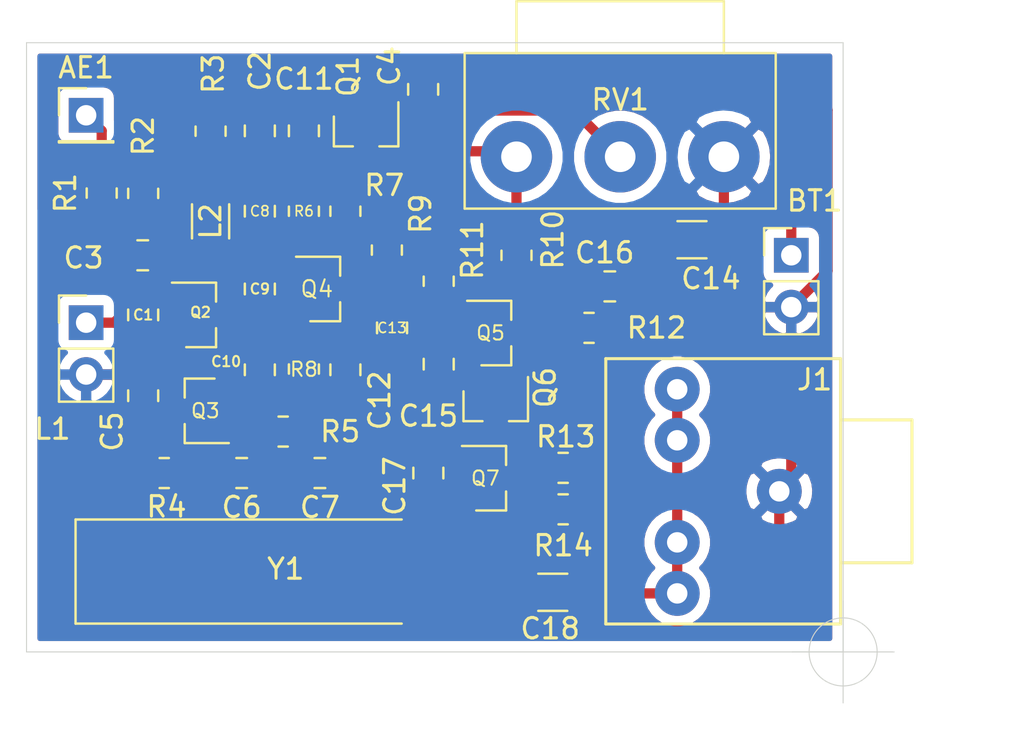
<source format=kicad_pcb>
(kicad_pcb (version 20211014) (generator pcbnew)
  (layers (0 "F.Cu" signal) (31 "B.Cu" signal) (34 "B.Paste" user) (35 "F.Paste" user) (36 "B.SilkS" user "B.Silkscreen") (37 "F.SilkS" user "F.Silkscreen") (38 "B.Mask" user) (39 "F.Mask" user) (44 "Edge.Cuts" user))
  (net 0 "")
  (net 1 "Net-(AE1-Pad1)")
  (net 2 "GND")
  (net 3 "+6V")
  (net 4 "Net-(C1-Pad1)")
  (net 5 "Net-(C2-Pad1)")
  (net 6 "Net-(C3-Pad1)")
  (net 7 "Net-(C4-Pad1)")
  (net 8 "Net-(C10-Pad1)")
  (net 9 "Net-(C6-Pad2)")
  (net 10 "Net-(C8-Pad2)")
  (net 11 "Net-(C9-Pad2)")
  (net 12 "Net-(C10-Pad2)")
  (net 13 "Net-(C12-Pad1)")
  (net 14 "Net-(C13-Pad1)")
  (net 15 "Net-(C16-Pad2)")
  (net 16 "Net-(C17-Pad2)")
  (net 17 "Net-(C18-Pad1)")
  (net 18 "Net-(C18-Pad2)")
  (net 19 "Net-(Q1-Pad2)")
  (net 20 "Net-(Q4-Pad3)")
  (net 21 "Net-(Q5-Pad3)")
  (footprint "Inductor_SMD:L_1206_3216Metric_Pad1.22x1.90mm_HandSolder" (layer "F.Cu") (at 134.112 88.7615 -90)
    (fp_text reference "L2" (at 0 0 90) (layer "F.SilkS"))
    (fp_text value "10u")
    (fp_line (start -0.835242 -0.91) (end 0.835242 -0.91) (layer "F.SilkS") (width 0.12))
    (fp_line (start -0.835242 0.91) (end 0.835242 0.91) (layer "F.SilkS") (width 0.12))
    (pad "1" smd roundrect locked (at -1.6625 0 270) (size 1.225 1.9) (layers "F.Cu" "F.Paste" "F.Mask") (roundrect_rratio 0.2040808163) (net 5 "Net-(C2-Pad1)"))
    (pad "2" smd roundrect locked (at 1.6625 0 270) (size 1.225 1.9) (layers "F.Cu" "F.Paste" "F.Mask") (roundrect_rratio 0.2040808163) (net 10 "Net-(C8-Pad2)"))
  )
  (footprint "Resistor_SMD:R_0805_2012Metric_Pad1.20x1.40mm_HandSolder" (layer "F.Cu") (at 131.842 101.092)
    (fp_text reference "R4" (at 0.111 1.651) (layer "F.SilkS"))
    (fp_text value "220k")
    (fp_line (start -0.227064 0.735) (end 0.227064 0.735) (layer "F.SilkS") (width 0.12))
    (fp_line (start -0.227064 -0.735) (end 0.227064 -0.735) (layer "F.SilkS") (width 0.12))
    (pad "1" smd roundrect locked (at -1 0) (size 1.2 1.4) (layers "F.Cu" "F.Paste" "F.Mask") (roundrect_rratio 0.2083325) (net 3 "+6V"))
    (pad "2" smd roundrect locked (at 1 0) (size 1.2 1.4) (layers "F.Cu" "F.Paste" "F.Mask") (roundrect_rratio 0.2083325) (net 9 "Net-(C6-Pad2)"))
  )
  (footprint "Capacitor_SMD:C_0805_2012Metric_Pad1.18x1.45mm_HandSolder" (layer "F.Cu") (at 136.525 96.0335 90)
    (fp_text reference "C10" (at 0.4025 -1.651 180) (layer "F.SilkS") (effects (font (size 0.5 0.5) (thickness 0.1))))
    (fp_text value "47p")
    (fp_line (start -0.261252 0.735) (end 0.261252 0.735) (layer "F.SilkS") (width 0.12))
    (fp_line (start -0.261252 -0.735) (end 0.261252 -0.735) (layer "F.SilkS") (width 0.12))
    (pad "1" smd roundrect locked (at -1.0375 0 90) (size 1.175 1.45) (layers "F.Cu" "F.Paste" "F.Mask") (roundrect_rratio 0.2127659574) (net 8 "Net-(C10-Pad1)"))
    (pad "2" smd roundrect locked (at 1.0375 0 90) (size 1.175 1.45) (layers "F.Cu" "F.Paste" "F.Mask") (roundrect_rratio 0.2127659574) (net 12 "Net-(C10-Pad2)"))
  )
  (footprint "Package_TO_SOT_SMD:SOT-23" (layer "F.Cu") (at 147.828 101.346)
    (fp_text reference "Q7" (at -0.254 0) (layer "F.SilkS") (effects (font (size 0.7 0.7) (thickness 0.1))))
    (fp_text value "BC847")
    (fp_line (start 0.76 -1.58) (end 0.76 -0.65) (layer "F.SilkS") (width 0.12))
    (fp_line (start 0.76 1.58) (end 0.76 0.65) (layer "F.SilkS") (width 0.12))
    (fp_line (start 0.76 1.58) (end -0.7 1.58) (layer "F.SilkS") (width 0.12))
    (fp_line (start 0.76 -1.58) (end -1.4 -1.58) (layer "F.SilkS") (width 0.12))
    (pad "1" smd rect locked (at -1 -0.95) (size 0.9 0.8) (layers "F.Cu" "F.Paste" "F.Mask") (net 16 "Net-(C17-Pad2)"))
    (pad "2" smd rect locked (at -1 0.95) (size 0.9 0.8) (layers "F.Cu" "F.Paste" "F.Mask") (net 2 "GND"))
    (pad "3" smd rect locked (at 1 0) (size 0.9 0.8) (layers "F.Cu" "F.Paste" "F.Mask") (net 17 "Net-(C18-Pad1)"))
  )
  (footprint "Resistor_SMD:R_0805_2012Metric_Pad1.20x1.40mm_HandSolder" (layer "F.Cu") (at 152.654 93.98)
    (fp_text reference "R12" (at 3.302 0) (layer "F.SilkS"))
    (fp_text value "10k")
    (fp_line (start -0.227064 0.735) (end 0.227064 0.735) (layer "F.SilkS") (width 0.12))
    (fp_line (start -0.227064 -0.735) (end 0.227064 -0.735) (layer "F.SilkS") (width 0.12))
    (pad "1" smd roundrect locked (at -1 0) (size 1.2 1.4) (layers "F.Cu" "F.Paste" "F.Mask") (roundrect_rratio 0.2083325) (net 16 "Net-(C17-Pad2)"))
    (pad "2" smd roundrect locked (at 1 0) (size 1.2 1.4) (layers "F.Cu" "F.Paste" "F.Mask") (roundrect_rratio 0.2083325) (net 3 "+6V"))
  )
  (footprint "Capacitor_SMD:C_1206_3216Metric_Pad1.33x1.80mm_HandSolder" (layer "F.Cu") (at 150.876 106.934)
    (fp_text reference "C18" (at -0.127 1.778) (layer "F.SilkS"))
    (fp_text value "47u")
    (fp_line (start -0.711252 0.91) (end 0.711252 0.91) (layer "F.SilkS") (width 0.12))
    (fp_line (start -0.711252 -0.91) (end 0.711252 -0.91) (layer "F.SilkS") (width 0.12))
    (pad "1" smd roundrect locked (at -1.5625 0) (size 1.325 1.8) (layers "F.Cu" "F.Paste" "F.Mask") (roundrect_rratio 0.1886777358) (net 17 "Net-(C18-Pad1)"))
    (pad "2" smd roundrect locked (at 1.5625 0) (size 1.325 1.8) (layers "F.Cu" "F.Paste" "F.Mask") (roundrect_rratio 0.1886777358) (net 18 "Net-(C18-Pad2)"))
  )
  (footprint "Resistor_SMD:R_0805_2012Metric_Pad1.20x1.40mm_HandSolder" (layer "F.Cu") (at 151.384 102.87)
    (fp_text reference "R14" (at 0 1.778) (layer "F.SilkS"))
    (fp_text value "1k")
    (fp_line (start -0.227064 -0.735) (end 0.227064 -0.735) (layer "F.SilkS") (width 0.12))
    (fp_line (start -0.227064 0.735) (end 0.227064 0.735) (layer "F.SilkS") (width 0.12))
    (pad "1" smd roundrect locked (at -1 0) (size 1.2 1.4) (layers "F.Cu" "F.Paste" "F.Mask") (roundrect_rratio 0.2083325) (net 17 "Net-(C18-Pad1)"))
    (pad "2" smd roundrect locked (at 1 0) (size 1.2 1.4) (layers "F.Cu" "F.Paste" "F.Mask") (roundrect_rratio 0.2083325) (net 3 "+6V"))
  )
  (footprint "Resistor_SMD:R_0805_2012Metric_Pad1.20x1.40mm_HandSolder" (layer "F.Cu") (at 151.384 100.838 180)
    (fp_text reference "R13" (at -0.127 1.524) (layer "F.SilkS"))
    (fp_text value "1M")
    (fp_line (start -0.227064 0.735) (end 0.227064 0.735) (layer "F.SilkS") (width 0.12))
    (fp_line (start -0.227064 -0.735) (end 0.227064 -0.735) (layer "F.SilkS") (width 0.12))
    (pad "1" smd roundrect locked (at -1 0 180) (size 1.2 1.4) (layers "F.Cu" "F.Paste" "F.Mask") (roundrect_rratio 0.2083325) (net 15 "Net-(C16-Pad2)"))
    (pad "2" smd roundrect locked (at 1 0 180) (size 1.2 1.4) (layers "F.Cu" "F.Paste" "F.Mask") (roundrect_rratio 0.2083325) (net 17 "Net-(C18-Pad1)"))
  )
  (footprint "Capacitor_SMD:C_0805_2012Metric_Pad1.18x1.45mm_HandSolder" (layer "F.Cu") (at 144.78 101.092 90)
    (fp_text reference "C17" (at -0.635 -1.651 90) (layer "F.SilkS"))
    (fp_text value "1n")
    (fp_line (start -0.261252 -0.735) (end 0.261252 -0.735) (layer "F.SilkS") (width 0.12))
    (fp_line (start -0.261252 0.735) (end 0.261252 0.735) (layer "F.SilkS") (width 0.12))
    (pad "1" smd roundrect locked (at -1.0375 0 90) (size 1.175 1.45) (layers "F.Cu" "F.Paste" "F.Mask") (roundrect_rratio 0.2127659574) (net 2 "GND"))
    (pad "2" smd roundrect locked (at 1.0375 0 90) (size 1.175 1.45) (layers "F.Cu" "F.Paste" "F.Mask") (roundrect_rratio 0.2127659574) (net 16 "Net-(C17-Pad2)"))
  )
  (footprint "Connector_PinHeader_2.54mm:PinHeader_1x01_P2.54mm_Vertical" (layer "F.Cu") (at 128.016 83.566)
    (fp_text reference "AE1" (at 0 -2.33) (layer "F.SilkS"))
    (fp_text value "Antenna")
    (fp_line (start 1.33 1.27) (end 1.33 1.33) (layer "F.SilkS") (width 0.12))
    (fp_line (start -1.33 1.33) (end 1.33 1.33) (layer "F.SilkS") (width 0.12))
    (fp_line (start -1.33 1.27) (end -1.33 1.33) (layer "F.SilkS") (width 0.12))
    (fp_line (start -1.33 -1.33) (end 0 -1.33) (layer "F.SilkS") (width 0.12))
    (fp_line (start -1.33 1.27) (end 1.33 1.27) (layer "F.SilkS") (width 0.12))
    (fp_line (start -1.33 0) (end -1.33 -1.33) (layer "F.SilkS") (width 0.12))
    (pad "1" thru_hole rect locked (at 0 0) (size 1.7 1.7) (drill 1) (layers *.Cu *.Mask) (net 1 "Net-(AE1-Pad1)"))
  )
  (footprint "Connector_PinHeader_2.54mm:PinHeader_1x02_P2.54mm_Vertical" (layer "F.Cu") (at 162.56 90.424)
    (fp_text reference "BT1" (at 1.143 -2.667) (layer "F.SilkS"))
    (fp_text value "6VDC")
    (fp_line (start -1.33 1.27) (end 1.33 1.27) (layer "F.SilkS") (width 0.12))
    (fp_line (start -1.33 0) (end -1.33 -1.33) (layer "F.SilkS") (width 0.12))
    (fp_line (start -1.33 1.27) (end -1.33 3.87) (layer "F.SilkS") (width 0.12))
    (fp_line (start -1.33 -1.33) (end 0 -1.33) (layer "F.SilkS") (width 0.12))
    (fp_line (start 1.33 1.27) (end 1.33 3.87) (layer "F.SilkS") (width 0.12))
    (fp_line (start -1.33 3.87) (end 1.33 3.87) (layer "F.SilkS") (width 0.12))
    (pad "1" thru_hole rect locked (at 0 0) (size 1.7 1.7) (drill 1) (layers *.Cu *.Mask) (net 3 "+6V"))
    (pad "2" thru_hole oval locked (at 0 2.54) (size 1.7 1.7) (drill 1) (layers *.Cu *.Mask) (net 2 "GND"))
  )
  (footprint "Capacitor_SMD:C_0805_2012Metric_Pad1.18x1.45mm_HandSolder" (layer "F.Cu") (at 130.81 93.345 -90)
    (fp_text reference "C1" (at 0 0 180) (layer "F.SilkS") (effects (font (size 0.5 0.5) (thickness 0.1))))
    (fp_text value "180p")
    (fp_line (start -0.261252 0.735) (end 0.261252 0.735) (layer "F.SilkS") (width 0.12))
    (fp_line (start -0.261252 -0.735) (end 0.261252 -0.735) (layer "F.SilkS") (width 0.12))
    (pad "1" smd roundrect locked (at -1.0375 0 270) (size 1.175 1.45) (layers "F.Cu" "F.Paste" "F.Mask") (roundrect_rratio 0.2127659574) (net 4 "Net-(C1-Pad1)"))
    (pad "2" smd roundrect locked (at 1.0375 0 270) (size 1.175 1.45) (layers "F.Cu" "F.Paste" "F.Mask") (roundrect_rratio 0.2127659574) (net 2 "GND"))
  )
  (footprint "Capacitor_SMD:C_0805_2012Metric_Pad1.18x1.45mm_HandSolder" (layer "F.Cu") (at 136.525 84.328 90)
    (fp_text reference "C2" (at 2.921 0 90) (layer "F.SilkS"))
    (fp_text value "100n")
    (fp_line (start -0.261252 0.735) (end 0.261252 0.735) (layer "F.SilkS") (width 0.12))
    (fp_line (start -0.261252 -0.735) (end 0.261252 -0.735) (layer "F.SilkS") (width 0.12))
    (pad "1" smd roundrect locked (at -1.0375 0 90) (size 1.175 1.45) (layers "F.Cu" "F.Paste" "F.Mask") (roundrect_rratio 0.2127659574) (net 5 "Net-(C2-Pad1)"))
    (pad "2" smd roundrect locked (at 1.0375 0 90) (size 1.175 1.45) (layers "F.Cu" "F.Paste" "F.Mask") (roundrect_rratio 0.2127659574) (net 2 "GND"))
  )
  (footprint "Capacitor_SMD:C_0805_2012Metric_Pad1.18x1.45mm_HandSolder" (layer "F.Cu") (at 130.7885 90.424 180)
    (fp_text reference "C3" (at 2.8995 -0.127) (layer "F.SilkS"))
    (fp_text value "150p")
    (fp_line (start -0.261252 -0.735) (end 0.261252 -0.735) (layer "F.SilkS") (width 0.12))
    (fp_line (start -0.261252 0.735) (end 0.261252 0.735) (layer "F.SilkS") (width 0.12))
    (pad "1" smd roundrect locked (at -1.0375 0 180) (size 1.175 1.45) (layers "F.Cu" "F.Paste" "F.Mask") (roundrect_rratio 0.2127659574) (net 6 "Net-(C3-Pad1)"))
    (pad "2" smd roundrect locked (at 1.0375 0 180) (size 1.175 1.45) (layers "F.Cu" "F.Paste" "F.Mask") (roundrect_rratio 0.2127659574) (net 4 "Net-(C1-Pad1)"))
  )
  (footprint "Capacitor_SMD:C_0805_2012Metric_Pad1.18x1.45mm_HandSolder" (layer "F.Cu") (at 144.526 82.296 90)
    (fp_text reference "C4" (at 1.143 -1.651 90) (layer "F.SilkS"))
    (fp_text value "100n")
    (fp_line (start -0.261252 -0.735) (end 0.261252 -0.735) (layer "F.SilkS") (width 0.12))
    (fp_line (start -0.261252 0.735) (end 0.261252 0.735) (layer "F.SilkS") (width 0.12))
    (pad "1" smd roundrect locked (at -1.0375 0 90) (size 1.175 1.45) (layers "F.Cu" "F.Paste" "F.Mask") (roundrect_rratio 0.2127659574) (net 7 "Net-(C4-Pad1)"))
    (pad "2" smd roundrect locked (at 1.0375 0 90) (size 1.175 1.45) (layers "F.Cu" "F.Paste" "F.Mask") (roundrect_rratio 0.2127659574) (net 2 "GND"))
  )
  (footprint "Capacitor_SMD:C_0805_2012Metric_Pad1.18x1.45mm_HandSolder" (layer "F.Cu") (at 130.81 97.3035 90)
    (fp_text reference "C5" (at -1.7565 -1.524 90) (layer "F.SilkS"))
    (fp_text value "100n")
    (fp_line (start -0.261252 0.735) (end 0.261252 0.735) (layer "F.SilkS") (width 0.12))
    (fp_line (start -0.261252 -0.735) (end 0.261252 -0.735) (layer "F.SilkS") (width 0.12))
    (pad "1" smd roundrect locked (at -1.0375 0 90) (size 1.175 1.45) (layers "F.Cu" "F.Paste" "F.Mask") (roundrect_rratio 0.2127659574) (net 3 "+6V"))
    (pad "2" smd roundrect locked (at 1.0375 0 90) (size 1.175 1.45) (layers "F.Cu" "F.Paste" "F.Mask") (roundrect_rratio 0.2127659574) (net 2 "GND"))
  )
  (footprint "Capacitor_SMD:C_0805_2012Metric_Pad1.18x1.45mm_HandSolder" (layer "F.Cu") (at 135.636 101.092 180)
    (fp_text reference "C6" (at 0 -1.68) (layer "F.SilkS"))
    (fp_text value "100p")
    (fp_line (start -0.261252 -0.735) (end 0.261252 -0.735) (layer "F.SilkS") (width 0.12))
    (fp_line (start -0.261252 0.735) (end 0.261252 0.735) (layer "F.SilkS") (width 0.12))
    (pad "1" smd roundrect locked (at -1.0375 0 180) (size 1.175 1.45) (layers "F.Cu" "F.Paste" "F.Mask") (roundrect_rratio 0.2127659574) (net 8 "Net-(C10-Pad1)"))
    (pad "2" smd roundrect locked (at 1.0375 0 180) (size 1.175 1.45) (layers "F.Cu" "F.Paste" "F.Mask") (roundrect_rratio 0.2127659574) (net 9 "Net-(C6-Pad2)"))
  )
  (footprint "Capacitor_SMD:C_0805_2012Metric_Pad1.18x1.45mm_HandSolder" (layer "F.Cu") (at 139.4675 101.092 180)
    (fp_text reference "C7" (at 0 -1.68) (layer "F.SilkS"))
    (fp_text value "100p")
    (fp_line (start -0.261252 0.735) (end 0.261252 0.735) (layer "F.SilkS") (width 0.12))
    (fp_line (start -0.261252 -0.735) (end 0.261252 -0.735) (layer "F.SilkS") (width 0.12))
    (pad "1" smd roundrect locked (at -1.0375 0 180) (size 1.175 1.45) (layers "F.Cu" "F.Paste" "F.Mask") (roundrect_rratio 0.2127659574) (net 2 "GND"))
    (pad "2" smd roundrect locked (at 1.0375 0 180) (size 1.175 1.45) (layers "F.Cu" "F.Paste" "F.Mask") (roundrect_rratio 0.2127659574) (net 8 "Net-(C10-Pad1)"))
  )
  (footprint "Capacitor_SMD:C_0805_2012Metric_Pad1.18x1.45mm_HandSolder" (layer "F.Cu") (at 136.525 88.265 -90)
    (fp_text reference "C8" (at 0 0 180) (layer "F.SilkS") (effects (font (size 0.5 0.5) (thickness 0.08))))
    (fp_text value "180p")
    (fp_line (start -0.261252 0.735) (end 0.261252 0.735) (layer "F.SilkS") (width 0.12))
    (fp_line (start -0.261252 -0.735) (end 0.261252 -0.735) (layer "F.SilkS") (width 0.12))
    (pad "1" smd roundrect locked (at -1.0375 0 270) (size 1.175 1.45) (layers "F.Cu" "F.Paste" "F.Mask") (roundrect_rratio 0.2127659574) (net 5 "Net-(C2-Pad1)"))
    (pad "2" smd roundrect locked (at 1.0375 0 270) (size 1.175 1.45) (layers "F.Cu" "F.Paste" "F.Mask") (roundrect_rratio 0.2127659574) (net 10 "Net-(C8-Pad2)"))
  )
  (footprint "Capacitor_SMD:C_0805_2012Metric_Pad1.18x1.45mm_HandSolder" (layer "F.Cu") (at 136.525 92.075 90)
    (fp_text reference "C9" (at 0 0 180) (layer "F.SilkS") (effects (font (size 0.5 0.5) (thickness 0.1))))
    (fp_text value "100p")
    (fp_line (start -0.261252 -0.735) (end 0.261252 -0.735) (layer "F.SilkS") (width 0.12))
    (fp_line (start -0.261252 0.735) (end 0.261252 0.735) (layer "F.SilkS") (width 0.12))
    (pad "1" smd roundrect locked (at -1.0375 0 90) (size 1.175 1.45) (layers "F.Cu" "F.Paste" "F.Mask") (roundrect_rratio 0.2127659574) (net 10 "Net-(C8-Pad2)"))
    (pad "2" smd roundrect locked (at 1.0375 0 90) (size 1.175 1.45) (layers "F.Cu" "F.Paste" "F.Mask") (roundrect_rratio 0.2127659574) (net 11 "Net-(C9-Pad2)"))
  )
  (footprint "Capacitor_SMD:C_0805_2012Metric_Pad1.18x1.45mm_HandSolder" (layer "F.Cu") (at 138.684 84.328 90)
    (fp_text reference "C11" (at 2.54 0 180) (layer "F.SilkS"))
    (fp_text value "180p")
    (fp_line (start -0.261252 -0.735) (end 0.261252 -0.735) (layer "F.SilkS") (width 0.12))
    (fp_line (start -0.261252 0.735) (end 0.261252 0.735) (layer "F.SilkS") (width 0.12))
    (pad "1" smd roundrect locked (at -1.0375 0 90) (size 1.175 1.45) (layers "F.Cu" "F.Paste" "F.Mask") (roundrect_rratio 0.2127659574) (net 3 "+6V"))
    (pad "2" smd roundrect locked (at 1.0375 0 90) (size 1.175 1.45) (layers "F.Cu" "F.Paste" "F.Mask") (roundrect_rratio 0.2127659574) (net 2 "GND"))
  )
  (footprint "Capacitor_SMD:C_0805_2012Metric_Pad1.18x1.45mm_HandSolder" (layer "F.Cu") (at 140.716 96.0335 -90)
    (fp_text reference "C12" (at 1.5025 -1.68 -90) (layer "F.SilkS"))
    (fp_text value "10n")
    (fp_line (start -0.261252 0.735) (end 0.261252 0.735) (layer "F.SilkS") (width 0.12))
    (fp_line (start -0.261252 -0.735) (end 0.261252 -0.735) (layer "F.SilkS") (width 0.12))
    (pad "1" smd roundrect locked (at -1.0375 0 270) (size 1.175 1.45) (layers "F.Cu" "F.Paste" "F.Mask") (roundrect_rratio 0.2127659574) (net 13 "Net-(C12-Pad1)"))
    (pad "2" smd roundrect locked (at 1.0375 0 270) (size 1.175 1.45) (layers "F.Cu" "F.Paste" "F.Mask") (roundrect_rratio 0.2127659574) (net 2 "GND"))
  )
  (footprint "Capacitor_SMD:C_0805_2012Metric_Pad1.18x1.45mm_HandSolder" (layer "F.Cu") (at 143.002 93.98 90)
    (fp_text reference "C13" (at 0 0 180) (layer "F.SilkS") (effects (font (size 0.5 0.5) (thickness 0.08))))
    (fp_text value "100n")
    (fp_line (start -0.261252 0.735) (end 0.261252 0.735) (layer "F.SilkS") (width 0.12))
    (fp_line (start -0.261252 -0.735) (end 0.261252 -0.735) (layer "F.SilkS") (width 0.12))
    (pad "1" smd roundrect locked (at -1.0375 0 90) (size 1.175 1.45) (layers "F.Cu" "F.Paste" "F.Mask") (roundrect_rratio 0.2127659574) (net 14 "Net-(C13-Pad1)"))
    (pad "2" smd roundrect locked (at 1.0375 0 90) (size 1.175 1.45) (layers "F.Cu" "F.Paste" "F.Mask") (roundrect_rratio 0.2127659574) (net 13 "Net-(C12-Pad1)"))
  )
  (footprint "Capacitor_SMD:C_1206_3216Metric_Pad1.33x1.80mm_HandSolder" (layer "F.Cu") (at 157.6955 89.662)
    (fp_text reference "C14" (at 0.9275 1.905) (layer "F.SilkS"))
    (fp_text value "47u")
    (fp_line (start -0.711252 0.91) (end 0.711252 0.91) (layer "F.SilkS") (width 0.12))
    (fp_line (start -0.711252 -0.91) (end 0.711252 -0.91) (layer "F.SilkS") (width 0.12))
    (pad "1" smd roundrect locked (at -1.5625 0) (size 1.325 1.8) (layers "F.Cu" "F.Paste" "F.Mask") (roundrect_rratio 0.1886777358) (net 3 "+6V"))
    (pad "2" smd roundrect locked (at 1.5625 0) (size 1.325 1.8) (layers "F.Cu" "F.Paste" "F.Mask") (roundrect_rratio 0.1886777358) (net 2 "GND"))
  )
  (footprint "Capacitor_SMD:C_0805_2012Metric_Pad1.18x1.45mm_HandSolder" (layer "F.Cu") (at 145.288 95.758 90)
    (fp_text reference "C15" (at -2.54 -0.508 180) (layer "F.SilkS"))
    (fp_text value "150p")
    (fp_line (start -0.261252 0.735) (end 0.261252 0.735) (layer "F.SilkS") (width 0.12))
    (fp_line (start -0.261252 -0.735) (end 0.261252 -0.735) (layer "F.SilkS") (width 0.12))
    (pad "1" smd roundrect locked (at -1.0375 0 90) (size 1.175 1.45) (layers "F.Cu" "F.Paste" "F.Mask") (roundrect_rratio 0.2127659574) (net 2 "GND"))
    (pad "2" smd roundrect locked (at 1.0375 0 90) (size 1.175 1.45) (layers "F.Cu" "F.Paste" "F.Mask") (roundrect_rratio 0.2127659574) (net 14 "Net-(C13-Pad1)"))
  )
  (footprint "Capacitor_SMD:C_0805_2012Metric_Pad1.18x1.45mm_HandSolder" (layer "F.Cu") (at 153.67 91.948 180)
    (fp_text reference "C16" (at 0.254 1.651) (layer "F.SilkS"))
    (fp_text value "100n")
    (fp_line (start -0.261252 -0.735) (end 0.261252 -0.735) (layer "F.SilkS") (width 0.12))
    (fp_line (start -0.261252 0.735) (end 0.261252 0.735) (layer "F.SilkS") (width 0.12))
    (pad "1" smd roundrect locked (at -1.0375 0 180) (size 1.175 1.45) (layers "F.Cu" "F.Paste" "F.Mask") (roundrect_rratio 0.2127659574) (net 2 "GND"))
    (pad "2" smd roundrect locked (at 1.0375 0 180) (size 1.175 1.45) (layers "F.Cu" "F.Paste" "F.Mask") (roundrect_rratio 0.2127659574) (net 15 "Net-(C16-Pad2)"))
  )
  (footprint "jack:jack" (layer "F.Cu") (at 156.972 94.488)
    (fp_text reference "J1" (at 6.731 2.032) (layer "F.SilkS"))
    (fp_text value "jack")
    (fp_line (start 11.5 10.5) (end 11.5 4) (layer "F.SilkS") (width 0.15))
    (fp_line (start 11.5 11) (end 8 11) (layer "F.SilkS") (width 0.15))
    (fp_line (start 11.5 4) (end 8 4) (layer "F.SilkS") (width 0.15))
    (fp_line (start 0 14) (end -3.5 14) (layer "F.SilkS") (width 0.15))
    (fp_line (start 8 14) (end 0 14) (layer "F.SilkS") (width 0.15))
    (fp_line (start 8 1) (end 8 14) (layer "F.SilkS") (width 0.15))
    (fp_line (start 11.5 10.5) (end 11.5 11) (layer "F.SilkS") (width 0.15))
    (fp_line (start -3.5 1) (end 8 1) (layer "F.SilkS") (width 0.15))
    (fp_line (start -3.5 14) (end -3.5 1) (layer "F.SilkS") (width 0.15))
    (pad "1" thru_hole circle locked (at 0 2.5) (size 2.2 2.2) (drill 1) (layers *.Cu *.Mask) (net 18 "Net-(C18-Pad2)"))
    (pad "2" thru_hole circle locked (at 0 5) (size 2.2 2.2) (drill 1) (layers *.Cu *.Mask) (net 18 "Net-(C18-Pad2)"))
    (pad "3" thru_hole circle locked (at 0 10) (size 2.2 2.2) (drill 1) (layers *.Cu *.Mask) (net 18 "Net-(C18-Pad2)"))
    (pad "4" thru_hole circle locked (at 0 12.5) (size 2.2 2.2) (drill 1) (layers *.Cu *.Mask) (net 18 "Net-(C18-Pad2)"))
    (pad "5" thru_hole circle locked (at 5 7.5) (size 2.2 2.2) (drill 1) (layers *.Cu *.Mask) (net 2 "GND"))
  )
  (footprint "Connector_PinHeader_2.54mm:PinHeader_1x02_P2.54mm_Vertical" (layer "F.Cu") (at 128.016 93.726)
    (fp_text reference "L1" (at -1.651 5.207) (layer "F.SilkS"))
    (fp_text value "210cm9me")
    (fp_line (start -1.33 -1.33) (end 0 -1.33) (layer "F.SilkS") (width 0.12))
    (fp_line (start -1.33 0) (end -1.33 -1.33) (layer "F.SilkS") (width 0.12))
    (fp_line (start -1.33 3.87) (end 1.33 3.87) (layer "F.SilkS") (width 0.12))
    (fp_line (start 1.33 1.27) (end 1.33 3.87) (layer "F.SilkS") (width 0.12))
    (fp_line (start -1.33 1.27) (end 1.33 1.27) (layer "F.SilkS") (width 0.12))
    (fp_line (start -1.33 1.27) (end -1.33 3.87) (layer "F.SilkS") (width 0.12))
    (pad "1" thru_hole rect locked (at 0 0) (size 1.7 1.7) (drill 1) (layers *.Cu *.Mask) (net 4 "Net-(C1-Pad1)"))
    (pad "2" thru_hole oval locked (at 0 2.54) (size 1.7 1.7) (drill 1) (layers *.Cu *.Mask) (net 2 "GND"))
  )
  (footprint "Package_TO_SOT_SMD:SOT-23" (layer "F.Cu") (at 141.732 84.328 -90)
    (fp_text reference "Q1" (at -2.667 0.889 90) (layer "F.SilkS"))
    (fp_text value "BC847")
    (fp_line (start 0.76 1.58) (end -0.7 1.58) (layer "F.SilkS") (width 0.12))
    (fp_line (start 0.76 -1.58) (end -1.4 -1.58) (layer "F.SilkS") (width 0.12))
    (fp_line (start 0.76 1.58) (end 0.76 0.65) (layer "F.SilkS") (width 0.12))
    (fp_line (start 0.76 -1.58) (end 0.76 -0.65) (layer "F.SilkS") (width 0.12))
    (pad "1" smd rect locked (at -1 -0.95 270) (size 0.9 0.8) (layers "F.Cu" "F.Paste" "F.Mask") (net 7 "Net-(C4-Pad1)"))
    (pad "2" smd rect locked (at -1 0.95 270) (size 0.9 0.8) (layers "F.Cu" "F.Paste" "F.Mask") (net 19 "Net-(Q1-Pad2)"))
    (pad "3" smd rect locked (at 1 0 270) (size 0.9 0.8) (layers "F.Cu" "F.Paste" "F.Mask") (net 3 "+6V"))
  )
  (footprint "Package_TO_SOT_SMD:SOT-23" (layer "F.Cu") (at 133.62 93.345)
    (fp_text reference "Q2" (at 0 -0.127) (layer "F.SilkS") (effects (font (size 0.5 0.5) (thickness 0.1))))
    (fp_text value "BC847")
    (fp_line (start 0.76 1.58) (end -0.7 1.58) (layer "F.SilkS") (width 0.12))
    (fp_line (start 0.76 1.58) (end 0.76 0.65) (layer "F.SilkS") (width 0.12))
    (fp_line (start 0.76 -1.58) (end -1.4 -1.58) (layer "F.SilkS") (width 0.12))
    (fp_line (start 0.76 -1.58) (end 0.76 -0.65) (layer "F.SilkS") (width 0.12))
    (pad "1" smd rect locked (at -1 -0.95) (size 0.9 0.8) (layers "F.Cu" "F.Paste" "F.Mask") (net 6 "Net-(C3-Pad1)"))
    (pad "2" smd rect locked (at -1 0.95) (size 0.9 0.8) (layers "F.Cu" "F.Paste" "F.Mask") (net 2 "GND"))
    (pad "3" smd rect locked (at 1 0) (size 0.9 0.8) (layers "F.Cu" "F.Paste" "F.Mask") (net 10 "Net-(C8-Pad2)"))
  )
  (footprint "Package_TO_SOT_SMD:SOT-23" (layer "F.Cu") (at 133.604 98.044 180)
    (fp_text reference "Q3" (at -0.254 0) (layer "F.SilkS") (effects (font (size 0.7 0.7) (thickness 0.1))))
    (fp_text value "BC847")
    (fp_line (start 0.76 1.58) (end 0.76 0.65) (layer "F.SilkS") (width 0.12))
    (fp_line (start 0.76 -1.58) (end -1.4 -1.58) (layer "F.SilkS") (width 0.12))
    (fp_line (start 0.76 -1.58) (end 0.76 -0.65) (layer "F.SilkS") (width 0.12))
    (fp_line (start 0.76 1.58) (end -0.7 1.58) (layer "F.SilkS") (width 0.12))
    (pad "1" smd rect locked (at -1 -0.95 180) (size 0.9 0.8) (layers "F.Cu" "F.Paste" "F.Mask") (net 9 "Net-(C6-Pad2)"))
    (pad "2" smd rect locked (at -1 0.95 180) (size 0.9 0.8) (layers "F.Cu" "F.Paste" "F.Mask") (net 8 "Net-(C10-Pad1)"))
    (pad "3" smd rect locked (at 1 0 180) (size 0.9 0.8) (layers "F.Cu" "F.Paste" "F.Mask") (net 3 "+6V"))
  )
  (footprint "Package_TO_SOT_SMD:SOT-23" (layer "F.Cu") (at 139.7 92.075)
    (fp_text reference "Q4" (at -0.381 0) (layer "F.SilkS") (effects (font (size 0.8 0.8) (thickness 0.1))))
    (fp_text value "BC847")
    (fp_line (start 0.76 -1.58) (end 0.76 -0.65) (layer "F.SilkS") (width 0.12))
    (fp_line (start 0.76 -1.58) (end -1.4 -1.58) (layer "F.SilkS") (width 0.12))
    (fp_line (start 0.76 1.58) (end 0.76 0.65) (layer "F.SilkS") (width 0.12))
    (fp_line (start 0.76 1.58) (end -0.7 1.58) (layer "F.SilkS") (width 0.12))
    (pad "1" smd rect locked (at -1 -0.95) (size 0.9 0.8) (layers "F.Cu" "F.Paste" "F.Mask") (net 11 "Net-(C9-Pad2)"))
    (pad "2" smd rect locked (at -1 0.95) (size 0.9 0.8) (layers "F.Cu" "F.Paste" "F.Mask") (net 12 "Net-(C10-Pad2)"))
    (pad "3" smd rect locked (at 1 0) (size 0.9 0.8) (layers "F.Cu" "F.Paste" "F.Mask") (net 20 "Net-(Q4-Pad3)"))
  )
  (footprint "Package_TO_SOT_SMD:SOT-23" (layer "F.Cu") (at 148.082 94.234)
    (fp_text reference "Q5" (at -0.254 0) (layer "F.SilkS") (effects (font (size 0.7 0.7) (thickness 0.1))))
    (fp_text value "BC847")
    (fp_line (start 0.76 -1.58) (end -1.4 -1.58) (layer "F.SilkS") (width 0.12))
    (fp_line (start 0.76 1.58) (end 0.76 0.65) (layer "F.SilkS") (width 0.12))
    (fp_line (start 0.76 -1.58) (end 0.76 -0.65) (layer "F.SilkS") (width 0.12))
    (fp_line (start 0.76 1.58) (end -0.7 1.58) (layer "F.SilkS") (width 0.12))
    (pad "1" smd rect locked (at -1 -0.95) (size 0.9 0.8) (layers "F.Cu" "F.Paste" "F.Mask") (net 14 "Net-(C13-Pad1)"))
    (pad "2" smd rect locked (at -1 0.95) (size 0.9 0.8) (layers "F.Cu" "F.Paste" "F.Mask") (net 2 "GND"))
    (pad "3" smd rect locked (at 1 0) (size 0.9 0.8) (layers "F.Cu" "F.Paste" "F.Mask") (net 21 "Net-(Q5-Pad3)"))
  )
  (footprint "Package_TO_SOT_SMD:SOT-23" (layer "F.Cu") (at 148.082 97.79 -90)
    (fp_text reference "Q6" (at -0.889 -2.413 90) (layer "F.SilkS"))
    (fp_text value "BC847")
    (fp_line (start 0.76 1.58) (end -0.7 1.58) (layer "F.SilkS") (width 0.12))
    (fp_line (start 0.76 -1.58) (end 0.76 -0.65) (layer "F.SilkS") (width 0.12))
    (fp_line (start 0.76 -1.58) (end -1.4 -1.58) (layer "F.SilkS") (width 0.12))
    (fp_line (start 0.76 1.58) (end 0.76 0.65) (layer "F.SilkS") (width 0.12))
    (pad "1" smd rect locked (at -1 -0.95 270) (size 0.9 0.8) (layers "F.Cu" "F.Paste" "F.Mask") (net 21 "Net-(Q5-Pad3)"))
    (pad "2" smd rect locked (at -1 0.95 270) (size 0.9 0.8) (layers "F.Cu" "F.Paste" "F.Mask") (net 2 "GND"))
    (pad "3" smd rect locked (at 1 0 270) (size 0.9 0.8) (layers "F.Cu" "F.Paste" "F.Mask") (net 16 "Net-(C17-Pad2)"))
  )
  (footprint "Resistor_SMD:R_0805_2012Metric_Pad1.20x1.40mm_HandSolder" (layer "F.Cu") (at 128.778 87.376 -90)
    (fp_text reference "R1" (at 0 1.778 90) (layer "F.SilkS"))
    (fp_text value "1k")
    (fp_line (start -0.227064 -0.735) (end 0.227064 -0.735) (layer "F.SilkS") (width 0.12))
    (fp_line (start -0.227064 0.735) (end 0.227064 0.735) (layer "F.SilkS") (width 0.12))
    (pad "1" smd roundrect locked (at -1 0 270) (size 1.2 1.4) (layers "F.Cu" "F.Paste" "F.Mask") (roundrect_rratio 0.2083325) (net 1 "Net-(AE1-Pad1)"))
    (pad "2" smd roundrect locked (at 1 0 270) (size 1.2 1.4) (layers "F.Cu" "F.Paste" "F.Mask") (roundrect_rratio 0.2083325) (net 4 "Net-(C1-Pad1)"))
  )
  (footprint "Resistor_SMD:R_0805_2012Metric_Pad1.20x1.40mm_HandSolder" (layer "F.Cu") (at 130.81 87.392 -90)
    (fp_text reference "R2" (at -2.81 0 90) (layer "F.SilkS"))
    (fp_text value "220k")
    (fp_line (start -0.227064 0.735) (end 0.227064 0.735) (layer "F.SilkS") (width 0.12))
    (fp_line (start -0.227064 -0.735) (end 0.227064 -0.735) (layer "F.SilkS") (width 0.12))
    (pad "1" smd roundrect locked (at -1 0 270) (size 1.2 1.4) (layers "F.Cu" "F.Paste" "F.Mask") (roundrect_rratio 0.2083325) (net 5 "Net-(C2-Pad1)"))
    (pad "2" smd roundrect locked (at 1 0 270) (size 1.2 1.4) (layers "F.Cu" "F.Paste" "F.Mask") (roundrect_rratio 0.2083325) (net 6 "Net-(C3-Pad1)"))
  )
  (footprint "Resistor_SMD:R_0805_2012Metric_Pad1.20x1.40mm_HandSolder" (layer "F.Cu") (at 134.112 84.344 -90)
    (fp_text reference "R3" (at -2.81 -0.127 90) (layer "F.SilkS"))
    (fp_text value "1k")
    (fp_line (start -0.227064 -0.735) (end 0.227064 -0.735) (layer "F.SilkS") (width 0.12))
    (fp_line (start -0.227064 0.735) (end 0.227064 0.735) (layer "F.SilkS") (width 0.12))
    (pad "1" smd roundrect locked (at -1 0 270) (size 1.2 1.4) (layers "F.Cu" "F.Paste" "F.Mask") (roundrect_rratio 0.2083325) (net 19 "Net-(Q1-Pad2)"))
    (pad "2" smd roundrect locked (at 1 0 270) (size 1.2 1.4) (layers "F.Cu" "F.Paste" "F.Mask") (roundrect_rratio 0.2083325) (net 5 "Net-(C2-Pad1)"))
  )
  (footprint "Resistor_SMD:R_0805_2012Metric_Pad1.20x1.40mm_HandSolder" (layer "F.Cu") (at 137.668 99.06)
    (fp_text reference "R5" (at 2.794 0) (layer "F.SilkS"))
    (fp_text value "1k")
    (fp_line (start -0.227064 -0.735) (end 0.227064 -0.735) (layer "F.SilkS") (width 0.12))
    (fp_line (start -0.227064 0.735) (end 0.227064 0.735) (layer "F.SilkS") (width 0.12))
    (pad "1" smd roundrect locked (at -1 0) (size 1.2 1.4) (layers "F.Cu" "F.Paste" "F.Mask") (roundrect_rratio 0.2083325) (net 8 "Net-(C10-Pad1)"))
    (pad "2" smd roundrect locked (at 1 0) (size 1.2 1.4) (layers "F.Cu" "F.Paste" "F.Mask") (roundrect_rratio 0.2083325) (net 2 "GND"))
  )
  (footprint "Resistor_SMD:R_0805_2012Metric_Pad1.20x1.40mm_HandSolder" (layer "F.Cu") (at 138.684 88.265 -90)
    (fp_text reference "R6" (at 0 0 180) (layer "F.SilkS") (effects (font (size 0.5 0.5) (thickness 0.08))))
    (fp_text value "220k")
    (fp_line (start -0.227064 0.735) (end 0.227064 0.735) (layer "F.SilkS") (width 0.12))
    (fp_line (start -0.227064 -0.735) (end 0.227064 -0.735) (layer "F.SilkS") (width 0.12))
    (pad "1" smd roundrect locked (at -1 0 270) (size 1.2 1.4) (layers "F.Cu" "F.Paste" "F.Mask") (roundrect_rratio 0.2083325) (net 3 "+6V"))
    (pad "2" smd roundrect locked (at 1 0 270) (size 1.2 1.4) (layers "F.Cu" "F.Paste" "F.Mask") (roundrect_rratio 0.2083325) (net 11 "Net-(C9-Pad2)"))
  )
  (footprint "Resistor_SMD:R_0805_2012Metric_Pad1.20x1.40mm_HandSolder" (layer "F.Cu") (at 140.716 88.265 -90)
    (fp_text reference "R7" (at -1.27 -1.905 180) (layer "F.SilkS"))
    (fp_text value "2,7k")
    (fp_line (start -0.227064 -0.735) (end 0.227064 -0.735) (layer "F.SilkS") (width 0.12))
    (fp_line (start -0.227064 0.735) (end 0.227064 0.735) (layer "F.SilkS") (width 0.12))
    (pad "1" smd roundrect locked (at -1 0 270) (size 1.2 1.4) (layers "F.Cu" "F.Paste" "F.Mask") (roundrect_rratio 0.2083325) (net 3 "+6V"))
    (pad "2" smd roundrect locked (at 1 0 270) (size 1.2 1.4) (layers "F.Cu" "F.Paste" "F.Mask") (roundrect_rratio 0.2083325) (net 20 "Net-(Q4-Pad3)"))
  )
  (footprint "Resistor_SMD:R_0805_2012Metric_Pad1.20x1.40mm_HandSolder" (layer "F.Cu") (at 138.684 95.996 -90)
    (fp_text reference "R8" (at 0.016 0 180) (layer "F.SilkS") (effects (font (size 0.7 0.7) (thickness 0.1))))
    (fp_text value "2,7k")
    (fp_line (start -0.227064 0.735) (end 0.227064 0.735) (layer "F.SilkS") (width 0.12))
    (fp_line (start -0.227064 -0.735) (end 0.227064 -0.735) (layer "F.SilkS") (width 0.12))
    (pad "1" smd roundrect locked (at -1 0 270) (size 1.2 1.4) (layers "F.Cu" "F.Paste" "F.Mask") (roundrect_rratio 0.2083325) (net 12 "Net-(C10-Pad2)"))
    (pad "2" smd roundrect locked (at 1 0 270) (size 1.2 1.4) (layers "F.Cu" "F.Paste" "F.Mask") (roundrect_rratio 0.2083325) (net 2 "GND"))
  )
  (footprint "Resistor_SMD:R_0805_2012Metric_Pad1.20x1.40mm_HandSolder" (layer "F.Cu") (at 142.748 90.17 90)
    (fp_text reference "R9" (at 1.778 1.651 90) (layer "F.SilkS"))
    (fp_text value "2,7k")
    (fp_line (start -0.227064 -0.735) (end 0.227064 -0.735) (layer "F.SilkS") (width 0.12))
    (fp_line (start -0.227064 0.735) (end 0.227064 0.735) (layer "F.SilkS") (width 0.12))
    (pad "1" smd roundrect locked (at -1 0 90) (size 1.2 1.4) (layers "F.Cu" "F.Paste" "F.Mask") (roundrect_rratio 0.2083325) (net 13 "Net-(C12-Pad1)"))
    (pad "2" smd roundrect locked (at 1 0 90) (size 1.2 1.4) (layers "F.Cu" "F.Paste" "F.Mask") (roundrect_rratio 0.2083325) (net 20 "Net-(Q4-Pad3)"))
  )
  (footprint "Resistor_SMD:R_0805_2012Metric_Pad1.20x1.40mm_HandSolder" (layer "F.Cu") (at 149.098 90.424 90)
    (fp_text reference "R10" (at 0.762 1.778 90) (layer "F.SilkS"))
    (fp_text value "100k")
    (fp_line (start -0.227064 -0.735) (end 0.227064 -0.735) (layer "F.SilkS") (width 0.12))
    (fp_line (start -0.227064 0.735) (end 0.227064 0.735) (layer "F.SilkS") (width 0.12))
    (pad "1" smd roundrect locked (at -1 0 90) (size 1.2 1.4) (layers "F.Cu" "F.Paste" "F.Mask") (roundrect_rratio 0.2083325) (net 21 "Net-(Q5-Pad3)"))
    (pad "2" smd roundrect locked (at 1 0 90) (size 1.2 1.4) (layers "F.Cu" "F.Paste" "F.Mask") (roundrect_rratio 0.2083325) (net 3 "+6V"))
  )
  (footprint "Crystal:Crystal_SMD_HC49-SD_HandSoldering" (layer "F.Cu") (at 137.5725 105.918)
    (fp_text reference "Y1" (at 0.2225 -0.127) (layer "F.SilkS"))
    (fp_text value "3579kHz")
    (fp_line (start -10.075 -2.55) (end -10.075 2.55) (layer "F.SilkS") (width 0.12))
    (fp_line (start -10.075 2.55) (end 5.9 2.55) (layer "F.SilkS") (width 0.12))
    (fp_line (start 5.9 -2.55) (end -10.075 -2.55) (layer "F.SilkS") (width 0.12))
    (pad "1" smd rect locked (at -5.9375 0) (size 7.875 2) (layers "F.Cu" "F.Paste" "F.Mask") (net 9 "Net-(C6-Pad2)"))
    (pad "2" smd rect locked (at 5.9375 0) (size 7.875 2) (layers "F.Cu" "F.Paste" "F.Mask") (net 2 "GND"))
  )
  (footprint "jack:poti" (layer "F.Cu") (at 154.178 80.518)
    (fp_text reference "RV1" (at 0 2.286) (layer "F.SilkS"))
    (fp_text value "100k")
    (fp_line (start -5.08 0) (end -5.08 -2.54) (layer "F.SilkS") (width 0.12))
    (fp_line (start 5.08 -2.54) (end 5.08 0) (layer "F.SilkS") (width 0.12))
    (fp_line (start -5.08 -2.54) (end 5.08 -2.54) (layer "F.SilkS") (width 0.12))
    (fp_line (start 7.62 0) (end -7.62 0) (layer "F.SilkS") (width 0.12))
    (fp_line (start -7.62 0) (end -7.62 7.62) (layer "F.SilkS") (width 0.12))
    (fp_line (start 7.62 7.62) (end 7.62 0) (layer "F.SilkS") (width 0.12))
    (fp_line (start -7.62 7.62) (end 7.62 7.62) (layer "F.SilkS") (width 0.12))
    (pad "1" thru_hole circle locked (at -5.08 5.08) (size 3.5 3.5) (drill 1.5) (layers *.Cu *.Mask) (net 3 "+6V"))
    (pad "2" thru_hole circle locked (at 0 5.08) (size 3.5 3.5) (drill 1.5) (layers *.Cu *.Mask) (net 7 "Net-(C4-Pad1)"))
    (pad "3" thru_hole circle locked (at 5.08 5.08) (size 3.5 3.5) (drill 1.5) (layers *.Cu *.Mask) (net 2 "GND"))
  )
  (footprint "Resistor_SMD:R_0805_2012Metric_Pad1.20x1.40mm_HandSolder" (layer "F.Cu") (at 145.288 91.694 90)
    (fp_text reference "R11" (at 1.524 1.651 90) (layer "F.SilkS"))
    (fp_text value "1M")
    (fp_line (start -0.227064 0.735) (end 0.227064 0.735) (layer "F.SilkS") (width 0.12))
    (fp_line (start -0.227064 -0.735) (end 0.227064 -0.735) (layer "F.SilkS") (width 0.12))
    (pad "1" smd roundrect locked (at -1 0 90) (size 1.2 1.4) (layers "F.Cu" "F.Paste" "F.Mask") (roundrect_rratio 0.2083325) (net 14 "Net-(C13-Pad1)"))
    (pad "2" smd roundrect locked (at 1 0 90) (size 1.2 1.4) (layers "F.Cu" "F.Paste" "F.Mask") (roundrect_rratio 0.2083325) (net 15 "Net-(C16-Pad2)"))
  )
  (gr_line (start 165.1 80.01) (end 165.1 109.855) (layer "Edge.Cuts") (width 0.05))
  (gr_line (start 125.095 109.855) (end 125.095 80.01) (layer "Edge.Cuts") (width 0.05))
  (gr_line (start 165.1 109.855) (end 125.095 109.855) (layer "Edge.Cuts") (width 0.05))
  (gr_line (start 125.095 80.01) (end 165.1 80.01) (layer "Edge.Cuts") (width 0.05))
  (target plus (at 165.1 109.855) (size 5) (width 0.05) (layer "Edge.Cuts"))
  (segment (start 128.778 84.328) (end 128.016 83.566) (width 0.5) (layer "F.Cu") (net 1))
  (segment (start 128.778 86.376) (end 128.778 84.328) (width 0.5) (layer "F.Cu") (net 1))
  (segment (start 140.505 98.849) (end 140.462 98.806) (width 0.5) (layer "F.Cu") (net 2))
  (segment (start 130.81 96.266) (end 128.016 96.266) (width 0.5) (layer "F.Cu") (net 2))
  (segment (start 145.288 96.7955) (end 140.9915 96.7955) (width 0.5) (layer "F.Cu") (net 2))
  (segment (start 144.526 81.2585) (end 140.716 81.2585) (width 0.5) (layer "F.Cu") (net 2))
  (segment (start 144.78 105.664) (end 144.78 102.1295) (width 0.5) (layer "F.Cu") (net 2))
  (segment (start 159.258 91.948) (end 160.274 92.964) (width 0.5) (layer "F.Cu") (net 2))
  (segment (start 162.2845 81.2585) (end 164.338 83.312) (width 0.5) (layer "F.Cu") (net 2))
  (segment (start 141.5425 102.1295) (end 140.505 101.092) (width 0.5) (layer "F.Cu") (net 2))
  (segment (start 145.2935 96.79) (end 145.288 96.7955) (width 0.5) (layer "F.Cu") (net 2))
  (segment (start 162.56 101.4) (end 161.972 101.988) (width 0.5) (layer "F.Cu") (net 2))
  (segment (start 138.684 83.2905) (end 136.525 83.2905) (width 0.5) (layer "F.Cu") (net 2))
  (segment (start 140.9915 96.7955) (end 140.716 97.071) (width 0.5) (layer "F.Cu") (net 2))
  (segment (start 130.8975 94.295) (end 130.81 94.3825) (width 0.5) (layer "F.Cu") (net 2))
  (segment (start 159.258 89.662) (end 159.258 91.948) (width 0.5) (layer "F.Cu") (net 2))
  (segment (start 130.81 96.266) (end 130.81 94.3825) (width 0.5) (layer "F.Cu") (net 2))
  (segment (start 140.505 101.092) (end 140.505 98.849) (width 0.5) (layer "F.Cu") (net 2))
  (segment (start 137.668 96.012) (end 134.337 96.012) (width 0.25) (layer "F.Cu") (net 2))
  (segment (start 138.922 98.806) (end 138.668 99.06) (width 0.5) (layer "F.Cu") (net 2))
  (segment (start 144.526 105.918) (end 144.78 105.664) (width 0.5) (layer "F.Cu") (net 2))
  (segment (start 138.759 97.071) (end 138.684 96.996) (width 0.5) (layer "F.Cu") (net 2))
  (segment (start 144.78 102.1295) (end 141.5425 102.1295) (width 0.5) (layer "F.Cu") (net 2))
  (segment (start 140.716 97.071) (end 138.759 97.071) (width 0.5) (layer "F.Cu") (net 2))
  (segment (start 160.274 92.964) (end 162.56 92.964) (width 0.5) (layer "F.Cu") (net 2))
  (segment (start 164.338 83.312) (end 164.338 91.186) (width 0.5) (layer "F.Cu") (net 2))
  (segment (start 134.337 96.012) (end 132.62 94.295) (width 0.25) (layer "F.Cu") (net 2))
  (segment (start 144.526 81.2585) (end 162.2845 81.2585) (width 0.5) (layer "F.Cu") (net 2))
  (segment (start 132.62 94.295) (end 130.8975 94.295) (width 0.5) (layer "F.Cu") (net 2))
  (segment (start 143.51 105.918) (end 144.526 105.918) (width 0.5) (layer "F.Cu") (net 2))
  (segment (start 146.828 102.296) (end 144.9465 102.296) (width 0.5) (layer "F.Cu") (net 2))
  (segment (start 138.652 96.996) (end 137.668 96.012) (width 0.25) (layer "F.Cu") (net 2))
  (segment (start 161.972 105.236) (end 158.496 108.712) (width 0.5) (layer "F.Cu") (net 2))
  (segment (start 147.082 95.184) (end 147.082 96.74) (width 0.5) (layer "F.Cu") (net 2))
  (segment (start 138.684 96.996) (end 138.652 96.996) (width 0.25) (layer "F.Cu") (net 2))
  (segment (start 147.082 96.74) (end 147.132 96.79) (width 0.5) (layer "F.Cu") (net 2))
  (segment (start 162.56 92.964) (end 162.56 101.4) (width 0.5) (layer "F.Cu") (net 2))
  (segment (start 144.78 108.712) (end 143.51 107.442) (width 0.5) (layer "F.Cu") (net 2))
  (segment (start 158.496 108.712) (end 144.78 108.712) (width 0.5) (layer "F.Cu") (net 2))
  (segment (start 140.462 98.806) (end 138.922 98.806) (width 0.5) (layer "F.Cu") (net 2))
  (segment (start 161.972 101.988) (end 161.972 105.236) (width 0.5) (layer "F.Cu") (net 2))
  (segment (start 154.7075 91.948) (end 159.258 91.948) (width 0.5) (layer "F.Cu") (net 2))
  (segment (start 143.51 107.442) (end 143.51 105.918) (width 0.5) (layer "F.Cu") (net 2))
  (segment (start 140.716 81.2585) (end 138.684 83.2905) (width 0.5) (layer "F.Cu") (net 2))
  (segment (start 138.668 97.012) (end 138.684 96.996) (width 0.5) (layer "F.Cu") (net 2))
  (segment (start 138.668 99.06) (end 138.668 97.012) (width 0.5) (layer "F.Cu") (net 2))
  (segment (start 164.338 91.186) (end 162.56 92.964) (width 0.5) (layer "F.Cu") (net 2))
  (segment (start 159.258 89.662) (end 159.258 85.598) (width 0.5) (layer "F.Cu") (net 2))
  (segment (start 147.132 96.79) (end 145.2935 96.79) (width 0.5) (layer "F.Cu") (net 2))
  (segment (start 157.988 82.804) (end 161.798 82.804) (width 0.5) (layer "F.Cu") (net 3))
  (segment (start 153.686 89.424) (end 155.895 89.424) (width 0.5) (layer "F.Cu") (net 3))
  (segment (start 149.098 89.424) (end 149.098 85.598) (width 0.5) (layer "F.Cu") (net 3))
  (segment (start 127.635 87.376) (end 126.111 88.9) (width 0.25) (layer "F.Cu") (net 3))
  (segment (start 138.684 87.265) (end 138.684 85.3655) (width 0.5) (layer "F.Cu") (net 3))
  (segment (start 140.4835 85.3655) (end 141.6945 85.3655) (width 0.5) (layer "F.Cu") (net 3))
  (segment (start 138.684 87.265) (end 138.668 87.265) (width 0.25) (layer "F.Cu") (net 3))
  (segment (start 155.895 89.424) (end 156.133 89.662) (width 0.5) (layer "F.Cu") (net 3))
  (segment (start 137.668 88.265) (end 132.715 88.265) (width 0.25) (layer "F.Cu") (net 3))
  (segment (start 131.826 87.376) (end 127.635 87.376) (width 0.25) (layer "F.Cu") (net 3))
  (segment (start 132.604 98.044) (end 131.107 98.044) (width 0.5) (layer "F.Cu") (net 3))
  (segment (start 153.686 89.424) (end 153.686 101.568) (width 0.25) (layer "F.Cu") (net 3))
  (segment (start 156.718 84.074) (end 157.988 82.804) (width 0.5) (layer "F.Cu") (net 3))
  (segment (start 131.107 98.044) (end 130.81 98.341) (width 0.5) (layer "F.Cu") (net 3))
  (segment (start 148.828 85.328) (end 149.098 85.598) (width 0.5) (layer "F.Cu") (net 3))
  (segment (start 141.732 85.328) (end 148.828 85.328) (width 0.5) (layer "F.Cu") (net 3))
  (segment (start 132.715 88.265) (end 131.826 87.376) (width 0.25) (layer "F.Cu") (net 3))
  (segment (start 126.789 98.341) (end 130.81 98.341) (width 0.25) (layer "F.Cu") (net 3))
  (segment (start 140.716 87.265) (end 140.716 85.598) (width 0.5) (layer "F.Cu") (net 3))
  (segment (start 126.111 88.9) (end 126.111 97.663) (width 0.25) (layer "F.Cu") (net 3))
  (segment (start 140.716 85.598) (end 140.4835 85.3655) (width 0.5) (layer "F.Cu") (net 3))
  (segment (start 156.133 89.662) (end 156.133 87.961) (width 0.5) (layer "F.Cu") (net 3))
  (segment (start 149.098 89.424) (end 153.686 89.424) (width 0.5) (layer "F.Cu") (net 3))
  (segment (start 130.842 98.373) (end 130.81 98.341) (width 0.5) (layer "F.Cu") (net 3))
  (segment (start 156.718 87.376) (end 156.718 84.074) (width 0.5) (layer "F.Cu") (net 3))
  (segment (start 141.6945 85.3655) (end 141.732 85.328) (width 0.5) (layer "F.Cu") (net 3))
  (segment (start 153.686 101.568) (end 152.384 102.87) (width 0.25) (layer "F.Cu") (net 3))
  (segment (start 130.842 101.092) (end 130.842 98.373) (width 0.5) (layer "F.Cu") (net 3))
  (segment (start 138.684 85.3655) (end 140.4835 85.3655) (width 0.5) (layer "F.Cu") (net 3))
  (segment (start 126.111 97.663) (end 126.789 98.341) (width 0.25) (layer "F.Cu") (net 3))
  (segment (start 156.133 87.961) (end 156.718 87.376) (width 0.5) (layer "F.Cu") (net 3))
  (segment (start 162.56 83.566) (end 162.56 90.424) (width 0.5) (layer "F.Cu") (net 3))
  (segment (start 161.798 82.804) (end 162.56 83.566) (width 0.5) (layer "F.Cu") (net 3))
  (segment (start 138.668 87.265) (end 137.668 88.265) (width 0.25) (layer "F.Cu") (net 3))
  (segment (start 129.751 90.424) (end 129.751 91.2485) (width 0.5) (layer "F.Cu") (net 4))
  (segment (start 129.751 90.424) (end 129.751 89.349) (width 0.5) (layer "F.Cu") (net 4))
  (segment (start 129.751 91.2485) (end 130.81 92.3075) (width 0.5) (layer "F.Cu") (net 4))
  (segment (start 129.751 89.349) (end 128.778 88.376) (width 0.5) (layer "F.Cu") (net 4))
  (segment (start 129.3915 93.726) (end 130.81 92.3075) (width 0.5) (layer "F.Cu") (net 4))
  (segment (start 128.016 93.726) (end 129.3915 93.726) (width 0.5) (layer "F.Cu") (net 4))
  (segment (start 134.2405 87.2275) (end 134.112 87.099) (width 0.5) (layer "F.Cu") (net 5))
  (segment (start 130.81 86.392) (end 130.81 86.36) (width 0.5) (layer "F.Cu") (net 5))
  (segment (start 131.826 85.344) (end 134.112 85.344) (width 0.5) (layer "F.Cu") (net 5))
  (segment (start 134.112 85.344) (end 134.112 87.099) (width 0.5) (layer "F.Cu") (net 5))
  (segment (start 136.525 85.3655) (end 136.525 87.2275) (width 0.5) (layer "F.Cu") (net 5))
  (segment (start 136.525 87.2275) (end 134.2405 87.2275) (width 0.5) (layer "F.Cu") (net 5))
  (segment (start 130.81 86.36) (end 131.826 85.344) (width 0.5) (layer "F.Cu") (net 5))
  (segment (start 131.826 89.408) (end 130.81 88.392) (width 0.5) (layer "F.Cu") (net 6))
  (segment (start 132.62 92.395) (end 132.62 91.218) (width 0.5) (layer "F.Cu") (net 6))
  (segment (start 131.826 90.424) (end 131.826 89.408) (width 0.5) (layer "F.Cu") (net 6))
  (segment (start 132.62 91.218) (end 131.826 90.424) (width 0.5) (layer "F.Cu") (net 6))
  (segment (start 144.5205 83.328) (end 144.526 83.3335) (width 0.5) (layer "F.Cu") (net 7))
  (segment (start 142.682 83.328) (end 144.5205 83.328) (width 0.5) (layer "F.Cu") (net 7))
  (segment (start 144.526 83.3335) (end 151.9135 83.3335) (width 0.5) (layer "F.Cu") (net 7))
  (segment (start 151.9135 83.3335) (end 154.178 85.598) (width 0.5) (layer "F.Cu") (net 7))
  (segment (start 136.525 98.917) (end 136.668 99.06) (width 0.5) (layer "F.Cu") (net 8))
  (segment (start 138.43 101.092) (end 136.6735 101.092) (width 0.5) (layer "F.Cu") (net 8))
  (segment (start 136.502 97.094) (end 136.525 97.071) (width 0.5) (layer "F.Cu") (net 8))
  (segment (start 134.604 97.094) (end 136.502 97.094) (width 0.5) (layer "F.Cu") (net 8))
  (segment (start 136.6735 101.092) (end 136.6735 99.0655) (width 0.5) (layer "F.Cu") (net 8))
  (segment (start 136.6735 99.0655) (end 136.668 99.06) (width 0.5) (layer "F.Cu") (net 8))
  (segment (start 136.525 97.071) (end 136.525 98.917) (width 0.5) (layer "F.Cu") (net 8))
  (segment (start 131.635 105.918) (end 132.588 105.918) (width 0.5) (layer "F.Cu") (net 9))
  (segment (start 132.588 105.918) (end 132.842 105.664) (width 0.5) (layer "F.Cu") (net 9))
  (segment (start 132.842 105.664) (end 132.842 101.092) (width 0.5) (layer "F.Cu") (net 9))
  (segment (start 134.604 98.994) (end 134.604 101.0865) (width 0.5) (layer "F.Cu") (net 9))
  (segment (start 134.604 101.0865) (end 134.5985 101.092) (width 0.5) (layer "F.Cu") (net 9))
  (segment (start 132.842 101.092) (end 134.5985 101.092) (width 0.5) (layer "F.Cu") (net 9))
  (segment (start 134.8525 93.1125) (end 134.62 93.345) (width 0.5) (layer "F.Cu") (net 10))
  (segment (start 134.62 90.932) (end 134.112 90.424) (width 0.5) (layer "F.Cu") (net 10))
  (segment (start 135.2335 89.3025) (end 134.112 90.424) (width 0.5) (layer "F.Cu") (net 10))
  (segment (start 136.525 93.1125) (end 134.8525 93.1125) (width 0.5) (layer "F.Cu") (net 10))
  (segment (start 136.525 89.3025) (end 135.2335 89.3025) (width 0.5) (layer "F.Cu") (net 10))
  (segment (start 134.62 93.345) (end 134.62 90.932) (width 0.5) (layer "F.Cu") (net 10))
  (segment (start 136.525 91.0375) (end 138.6125 91.0375) (width 0.5) (layer "F.Cu") (net 11))
  (segment (start 138.7 91.125) (end 138.7 89.281) (width 0.5) (layer "F.Cu") (net 11))
  (segment (start 138.7 89.281) (end 138.684 89.265) (width 0.5) (layer "F.Cu") (net 11))
  (segment (start 138.6125 91.0375) (end 138.7 91.125) (width 0.5) (layer "F.Cu") (net 11))
  (segment (start 138.684 94.996) (end 138.684 93.041) (width 0.5) (layer "F.Cu") (net 12))
  (segment (start 136.525 94.996) (end 138.684 94.996) (width 0.5) (layer "F.Cu") (net 12))
  (segment (start 138.684 93.041) (end 138.7 93.025) (width 0.5) (layer "F.Cu") (net 12))
  (segment (start 140.716 94.996) (end 140.9485 94.996) (width 0.5) (layer "F.Cu") (net 13))
  (segment (start 142.748 91.17) (end 142.748 92.6885) (width 0.5) (layer "F.Cu") (net 13))
  (segment (start 140.9485 94.996) (end 143.002 92.9425) (width 0.5) (layer "F.Cu") (net 13))
  (segment (start 142.748 92.6885) (end 143.002 92.9425) (width 0.5) (layer "F.Cu") (net 13))
  (segment (start 145.288 94.7205) (end 145.288 92.694) (width 0.5) (layer "F.Cu") (net 14))
  (segment (start 146.492 92.694) (end 147.082 93.284) (width 0.5) (layer "F.Cu") (net 14))
  (segment (start 145.288 92.694) (end 146.492 92.694) (width 0.5) (layer "F.Cu") (net 14))
  (segment (start 144.991 95.0175) (end 145.288 94.7205) (width 0.5) (layer "F.Cu") (net 14))
  (segment (start 143.002 95.0175) (end 144.991 95.0175) (width 0.5) (layer "F.Cu") (net 14))
  (segment (start 152.6325 91.948) (end 152.6325 98.3195) (width 0.25) (layer "F.Cu") (net 15))
  (segment (start 152.6325 98.3195) (end 152.384 98.568) (width 0.25) (layer "F.Cu") (net 15))
  (segment (start 152.384 100.838) (end 152.384 98.568) (width 0.25) (layer "F.Cu") (net 15))
  (segment (start 145.558 90.424) (end 145.288 90.694) (width 0.25) (layer "F.Cu") (net 15))
  (segment (start 152.6325 91.948) (end 152.6325 91.9265) (width 0.25) (layer "F.Cu") (net 15))
  (segment (start 152.6325 91.9265) (end 151.13 90.424) (width 0.25) (layer "F.Cu") (net 15))
  (segment (start 151.13 90.424) (end 145.558 90.424) (width 0.25) (layer "F.Cu") (net 15))
  (segment (start 148.082 98.79) (end 150.638 98.79) (width 0.5) (layer "F.Cu") (net 16))
  (segment (start 151.654 97.774) (end 151.654 93.98) (width 0.5) (layer "F.Cu") (net 16))
  (segment (start 146.828 100.396) (end 145.1215 100.396) (width 0.5) (layer "F.Cu") (net 16))
  (segment (start 148.082 99.142) (end 146.828 100.396) (width 0.5) (layer "F.Cu") (net 16))
  (segment (start 150.638 98.79) (end 151.654 97.774) (width 0.5) (layer "F.Cu") (net 16))
  (segment (start 145.1215 100.396) (end 144.78 100.0545) (width 0.5) (layer "F.Cu") (net 16))
  (segment (start 148.082 98.79) (end 148.082 99.142) (width 0.5) (layer "F.Cu") (net 16))
  (segment (start 148.844 101.346) (end 149.352 100.838) (width 0.5) (layer "F.Cu") (net 17))
  (segment (start 150.384 102.87) (end 148.844 102.87) (width 0.5) (layer "F.Cu") (net 17))
  (segment (start 148.828 102.854) (end 148.828 106.4485) (width 0.5) (layer "F.Cu") (net 17))
  (segment (start 149.352 100.838) (end 150.384 100.838) (width 0.5) (layer "F.Cu") (net 17))
  (segment (start 148.828 106.4485) (end 149.3135 106.934) (width 0.5) (layer "F.Cu") (net 17))
  (segment (start 148.828 101.346) (end 148.844 101.346) (width 0.5) (layer "F.Cu") (net 17))
  (segment (start 148.828 101.346) (end 148.828 102.854) (width 0.5) (layer "F.Cu") (net 17))
  (segment (start 148.844 102.87) (end 148.828 102.854) (width 0.5) (layer "F.Cu") (net 17))
  (segment (start 156.972 99.488) (end 156.972 96.988) (width 0.5) (layer "F.Cu") (net 18))
  (segment (start 156.972 106.988) (end 152.4925 106.988) (width 0.5) (layer "F.Cu") (net 18))
  (segment (start 156.972 104.488) (end 156.972 98.552) (width 0.5) (layer "F.Cu") (net 18))
  (segment (start 156.972 106.988) (end 156.972 104.488) (width 0.5) (layer "F.Cu") (net 18))
  (segment (start 156.972 98.552) (end 156.972 99.488) (width 0.5) (layer "F.Cu") (net 18))
  (segment (start 152.4925 106.988) (end 152.4385 106.934) (width 0.5) (layer "F.Cu") (net 18))
  (segment (start 139.954 84.328) (end 135.096 84.328) (width 0.25) (layer "F.Cu") (net 19))
  (segment (start 140.782 83.328) (end 140.782 83.5) (width 0.25) (layer "F.Cu") (net 19))
  (segment (start 140.782 83.5) (end 139.954 84.328) (width 0.25) (layer "F.Cu") (net 19))
  (segment (start 135.096 84.328) (end 134.112 83.344) (width 0.25) (layer "F.Cu") (net 19))
  (segment (start 142.748 89.17) (end 140.811 89.17) (width 0.5) (layer "F.Cu") (net 20))
  (segment (start 140.7 89.281) (end 140.716 89.265) (width 0.5) (layer "F.Cu") (net 20))
  (segment (start 140.811 89.17) (end 140.716 89.265) (width 0.5) (layer "F.Cu") (net 20))
  (segment (start 140.7 92.075) (end 140.7 89.281) (width 0.5) (layer "F.Cu") (net 20))
  (segment (start 149.082 94.234) (end 149.082 91.44) (width 0.5) (layer "F.Cu") (net 21))
  (segment (start 149.032 94.284) (end 149.082 94.234) (width 0.5) (layer "F.Cu") (net 21))
  (segment (start 149.032 96.79) (end 149.032 94.284) (width 0.5) (layer "F.Cu") (net 21))
  (segment (start 149.082 91.44) (end 149.098 91.424) (width 0.5) (layer "F.Cu") (net 21))
  (zone (net 2) (net_name "GND") (layer "F.Cu") (connect_pads (clearance 0.508)) (min_thickness 0.254) (fill yes (thermal_gap 0.508) (thermal_bridge_width 0.508))
    (polygon (pts (xy 165.1 109.855) (xy 125.095 109.855) (xy 125.095 80.01) (xy 165.1 80.01)))
  )
  (zone (net 2) (net_name "GND") (layer "B.Cu") (connect_pads (clearance 0.508)) (min_thickness 0.254) (fill yes (thermal_gap 0.508) (thermal_bridge_width 0.508))
    (polygon (pts (xy 165.1 109.855) (xy 125.095 109.855) (xy 125.095 80.01) (xy 165.1 80.01)))
  )
)
</source>
